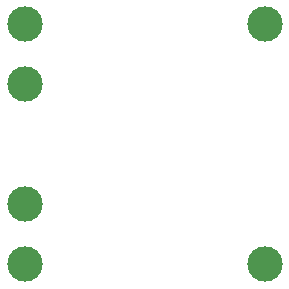
<source format=gbp>
G04 Layer: BottomPasteMaskLayer*
G04 EasyEDA v5.9.42, Mon, 25 Mar 2019 11:55:45 GMT*
G04 b1db4e5ec28044f985901455ebfe0152*
G04 Gerber Generator version 0.2*
G04 Scale: 100 percent, Rotated: No, Reflected: No *
G04 Dimensions in millimeters *
G04 leading zeros omitted , absolute positions ,3 integer and 3 decimal *
%FSLAX33Y33*%
%MOMM*%
G90*
G71D02*

%ADD27C,2.999994*%

%LPD*%
G54D27*
G01X73660Y29210D03*
G01X73660Y8890D03*
G01X53340Y24130D03*
G01X53340Y13970D03*
G01X53340Y29210D03*
G01X53340Y8890D03*
M00*
M02*

</source>
